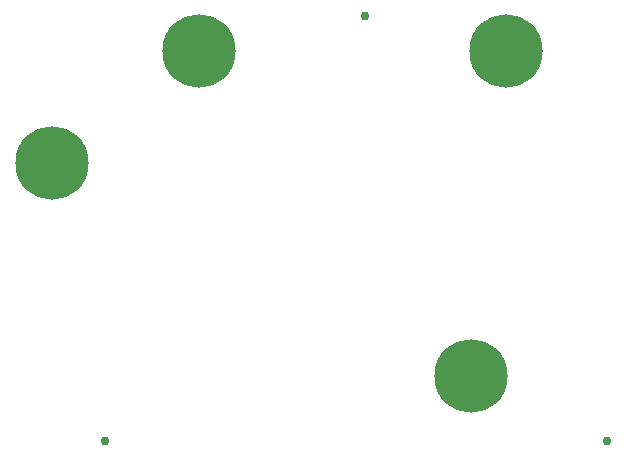
<source format=gbr>
G04 #@! TF.GenerationSoftware,KiCad,Pcbnew,6.0.2+dfsg-1*
G04 #@! TF.CreationDate,2022-08-12T21:34:54-04:00*
G04 #@! TF.ProjectId,RUSP_Faceplate,52555350-5f46-4616-9365-706c6174652e,rev?*
G04 #@! TF.SameCoordinates,Original*
G04 #@! TF.FileFunction,Copper,L2,Bot*
G04 #@! TF.FilePolarity,Positive*
%FSLAX46Y46*%
G04 Gerber Fmt 4.6, Leading zero omitted, Abs format (unit mm)*
G04 Created by KiCad (PCBNEW 6.0.2+dfsg-1) date 2022-08-12 21:34:54*
%MOMM*%
%LPD*%
G01*
G04 APERTURE LIST*
G04 #@! TA.AperFunction,ComponentPad*
%ADD10C,6.200000*%
G04 #@! TD*
G04 #@! TA.AperFunction,SMDPad,CuDef*
%ADD11C,0.750000*%
G04 #@! TD*
G04 APERTURE END LIST*
D10*
G04 #@! TO.P,H2,1*
G04 #@! TO.N,N/C*
X118292000Y-81180000D03*
G04 #@! TD*
G04 #@! TO.P,H1,1*
G04 #@! TO.N,N/C*
X130792000Y-71680000D03*
G04 #@! TD*
D11*
G04 #@! TO.P,FID3,*
G04 #@! TO.N,*
X144792000Y-68680000D03*
G04 #@! TD*
D10*
G04 #@! TO.P,H3,1*
G04 #@! TO.N,N/C*
X153792000Y-99180000D03*
G04 #@! TD*
G04 #@! TO.P,H5,1*
G04 #@! TO.N,N/C*
X156792000Y-71680000D03*
G04 #@! TD*
D11*
G04 #@! TO.P,FID1,*
G04 #@! TO.N,*
X122792000Y-104680000D03*
G04 #@! TD*
G04 #@! TO.P,FID2,*
G04 #@! TO.N,*
X165292000Y-104680000D03*
G04 #@! TD*
M02*

</source>
